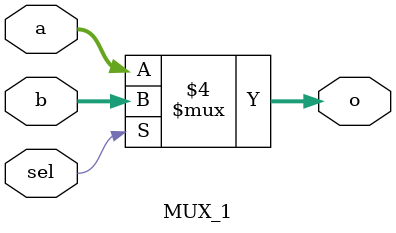
<source format=v>
`timescale 1ns / 1ps
module MUX_1(
	input [3:0]a,
	input [3:0]b,
	input sel,
	output reg[3:0]o
    );
	 
	 always @ (*)
	 begin
		if(sel == 0)
			o=a;
		else
			o=b;
	 end
	


endmodule

</source>
